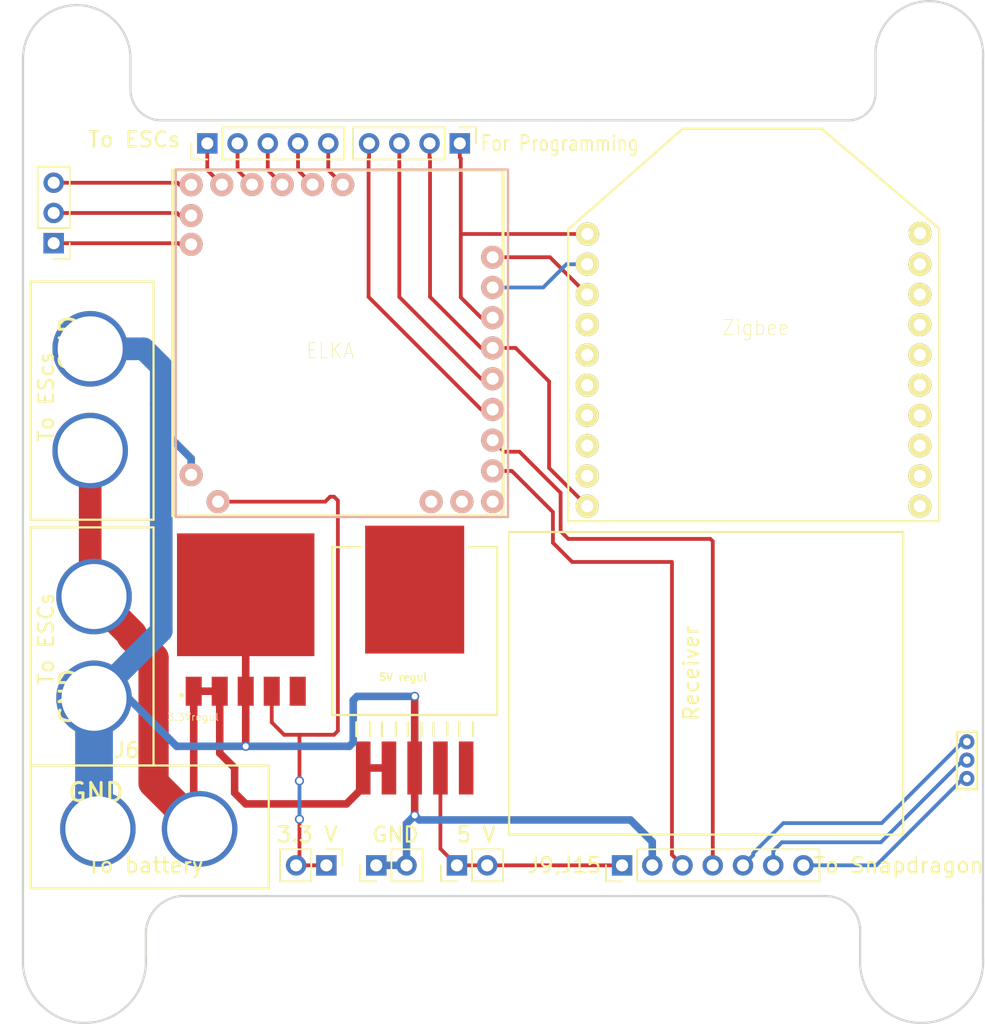
<source format=kicad_pcb>
(kicad_pcb (version 20171130) (host pcbnew 5.0.0-rc3-unknown-3e22e5c~65~ubuntu16.04.1)

  (general
    (thickness 1.6)
    (drawings 31)
    (tracks 147)
    (zones 0)
    (modules 19)
    (nets 46)
  )

  (page A4)
  (title_block
    (title Phoenix)
  )

  (layers
    (0 F.Cu signal)
    (31 B.Cu signal)
    (32 B.Adhes user)
    (33 F.Adhes user)
    (34 B.Paste user)
    (35 F.Paste user)
    (36 B.SilkS user)
    (37 F.SilkS user)
    (38 B.Mask user)
    (39 F.Mask user)
    (40 Dwgs.User user)
    (41 Cmts.User user)
    (42 Eco1.User user)
    (43 Eco2.User user)
    (44 Edge.Cuts user)
    (45 Margin user)
    (46 B.CrtYd user)
    (47 F.CrtYd user)
    (48 B.Fab user)
    (49 F.Fab user)
  )

  (setup
    (last_trace_width 0.25)
    (trace_clearance 0.2)
    (zone_clearance 0.508)
    (zone_45_only no)
    (trace_min 0.2)
    (segment_width 0.2)
    (edge_width 0.15)
    (via_size 0.6)
    (via_drill 0.4)
    (via_min_size 0.4)
    (via_min_drill 0.3)
    (uvia_size 0.3)
    (uvia_drill 0.1)
    (uvias_allowed no)
    (uvia_min_size 0.2)
    (uvia_min_drill 0.1)
    (pcb_text_width 0.3)
    (pcb_text_size 1.5 1.5)
    (mod_edge_width 0.15)
    (mod_text_size 1 1)
    (mod_text_width 0.15)
    (pad_size 5 5)
    (pad_drill 4.3)
    (pad_to_mask_clearance 0.2)
    (aux_axis_origin 0 0)
    (visible_elements FFFFFF7F)
    (pcbplotparams
      (layerselection 0x310fc_ffffffff)
      (usegerberextensions false)
      (usegerberattributes false)
      (usegerberadvancedattributes false)
      (creategerberjobfile false)
      (excludeedgelayer true)
      (linewidth 0.100000)
      (plotframeref false)
      (viasonmask false)
      (mode 1)
      (useauxorigin false)
      (hpglpennumber 1)
      (hpglpenspeed 20)
      (hpglpendiameter 15.000000)
      (psnegative false)
      (psa4output false)
      (plotreference true)
      (plotvalue true)
      (plotinvisibletext false)
      (padsonsilk false)
      (subtractmaskfromsilk false)
      (outputformat 1)
      (mirror false)
      (drillshape 0)
      (scaleselection 1)
      (outputdirectory "Gerber_files_ver3/"))
  )

  (net 0 "")
  (net 1 "Net-(E1-PadI)")
  (net 2 "Net-(E1-PadH)")
  (net 3 "Net-(E1-PadG)")
  (net 4 "Net-(E1-PadF)")
  (net 5 "Net-(E1-PadE)")
  (net 6 "Net-(E1-PadD)")
  (net 7 "Net-(E1-PadC)")
  (net 8 "Net-(E1-PadB)")
  (net 9 "Net-(E1-PadA)")
  (net 10 "Net-(E1-Pad9)")
  (net 11 "Net-(E1-Pad10)")
  (net 12 "Net-(E1-Pad3)")
  (net 13 "Net-(E1-Pad2)")
  (net 14 "Net-(E1-Pad1)")
  (net 15 "Net-(E1-Pad4)")
  (net 16 "Net-(E1-Pad5)")
  (net 17 "Net-(E1-Pad6)")
  (net 18 "Net-(E1-Pad7)")
  (net 19 "Net-(E1-Pad8)")
  (net 20 "Net-(E1-Pad12)")
  (net 21 "Net-(E1-Pad11)")
  (net 22 "Net-(J1-Pad2)")
  (net 23 "Net-(J9,J15-Pad3)")
  (net 24 "Net-(U1-Pad4)")
  (net 25 "Net-(U1-Pad5)")
  (net 26 "Net-(U1-Pad6)")
  (net 27 "Net-(U1-Pad7)")
  (net 28 "Net-(U1-Pad8)")
  (net 29 "Net-(U1-Pad9)")
  (net 30 "Net-(U1-Pad20)")
  (net 31 "Net-(U1-Pad19)")
  (net 32 "Net-(U1-Pad18)")
  (net 33 "Net-(U1-Pad17)")
  (net 34 "Net-(U1-Pad16)")
  (net 35 "Net-(U1-Pad15)")
  (net 36 "Net-(U1-Pad14)")
  (net 37 "Net-(U1-Pad13)")
  (net 38 "Net-(U1-Pad12)")
  (net 39 "Net-(U1-Pad11)")
  (net 40 "Net-(J5-Pad1)")
  (net 41 "Net-(J9,J15-Pad4)")
  (net 42 "Net-(J9,J15-Pad5)")
  (net 43 "Net-(U2-Pad5)")
  (net 44 "Net-(U2-Pad6)")
  (net 45 "Net-(U3-Pad5)")

  (net_class Default "This is the default net class."
    (clearance 0.2)
    (trace_width 0.25)
    (via_dia 0.6)
    (via_drill 0.4)
    (uvia_dia 0.3)
    (uvia_drill 0.1)
    (add_net "Net-(E1-Pad1)")
    (add_net "Net-(E1-Pad10)")
    (add_net "Net-(E1-Pad11)")
    (add_net "Net-(E1-Pad12)")
    (add_net "Net-(E1-Pad2)")
    (add_net "Net-(E1-Pad3)")
    (add_net "Net-(E1-Pad4)")
    (add_net "Net-(E1-Pad5)")
    (add_net "Net-(E1-Pad6)")
    (add_net "Net-(E1-Pad7)")
    (add_net "Net-(E1-Pad8)")
    (add_net "Net-(E1-Pad9)")
    (add_net "Net-(E1-PadA)")
    (add_net "Net-(E1-PadB)")
    (add_net "Net-(E1-PadC)")
    (add_net "Net-(E1-PadD)")
    (add_net "Net-(E1-PadE)")
    (add_net "Net-(E1-PadF)")
    (add_net "Net-(E1-PadG)")
    (add_net "Net-(E1-PadH)")
    (add_net "Net-(E1-PadI)")
    (add_net "Net-(J1-Pad2)")
    (add_net "Net-(J5-Pad1)")
    (add_net "Net-(J9,J15-Pad3)")
    (add_net "Net-(J9,J15-Pad4)")
    (add_net "Net-(J9,J15-Pad5)")
    (add_net "Net-(U1-Pad11)")
    (add_net "Net-(U1-Pad12)")
    (add_net "Net-(U1-Pad13)")
    (add_net "Net-(U1-Pad14)")
    (add_net "Net-(U1-Pad15)")
    (add_net "Net-(U1-Pad16)")
    (add_net "Net-(U1-Pad17)")
    (add_net "Net-(U1-Pad18)")
    (add_net "Net-(U1-Pad19)")
    (add_net "Net-(U1-Pad20)")
    (add_net "Net-(U1-Pad4)")
    (add_net "Net-(U1-Pad5)")
    (add_net "Net-(U1-Pad6)")
    (add_net "Net-(U1-Pad7)")
    (add_net "Net-(U1-Pad8)")
    (add_net "Net-(U1-Pad9)")
    (add_net "Net-(U2-Pad5)")
    (add_net "Net-(U2-Pad6)")
    (add_net "Net-(U3-Pad5)")
  )

  (module ELKA:ELKA (layer F.Cu) (tedit 5B479355) (tstamp 5B2A9957)
    (at 122.428 85.852)
    (descr "Xbee Zb (Zigbee Pro Feature Set), 1mw, Wire Antenna, 250000")
    (path /5B22681E)
    (fp_text reference ELKA (at 0 0) (layer F.SilkS)
      (effects (font (size 1 0.9) (thickness 0.05)))
    )
    (fp_text value ELKA (at -0.889 -14.732) (layer F.SilkS) hide
      (effects (font (size 1 0.9) (thickness 0.05)))
    )
    (fp_line (start 11.7602 10.9982) (end -10.2108 10.9982) (layer B.SilkS) (width 0.15))
    (fp_line (start 11.7602 -11.9888) (end 11.7602 10.9982) (layer B.SilkS) (width 0.15))
    (fp_line (start -10.2108 -11.9888) (end 11.7602 -11.9888) (layer B.SilkS) (width 0.15))
    (fp_line (start -10.2108 10.9982) (end -10.2108 -11.9888) (layer B.SilkS) (width 0.15))
    (pad D thru_hole circle (at 10.742477 -0.184796 270) (size 1.524 1.524) (drill 0.8) (layers *.Cu *.Mask B.SilkS)
      (net 6 "Net-(E1-PadD)"))
    (pad C thru_hole circle (at 10.742477 -2.184796 270) (size 1.524 1.524) (drill 0.8) (layers *.Cu *.Mask B.SilkS)
      (net 7 "Net-(E1-PadC)"))
    (pad B thru_hole circle (at 10.742477 -4.184796 270) (size 1.524 1.524) (drill 0.8) (layers *.Cu *.Mask B.SilkS)
      (net 8 "Net-(E1-PadB)"))
    (pad A thru_hole circle (at 10.742477 -6.184796 270) (size 1.524 1.524) (drill 0.8) (layers *.Cu *.Mask B.SilkS)
      (net 9 "Net-(E1-PadA)"))
    (pad 12 thru_hole circle (at -7.4168 9.9822 270) (size 1.524 1.524) (drill 0.8) (layers *.Cu *.Mask B.SilkS)
      (net 20 "Net-(E1-Pad12)"))
    (pad 11 thru_hole circle (at -9.1948 8.2042 270) (size 1.524 1.524) (drill 0.8) (layers *.Cu *.Mask B.SilkS)
      (net 21 "Net-(E1-Pad11)"))
    (pad E thru_hole circle (at 10.7442 1.8542 270) (size 1.524 1.524) (drill 0.8) (layers *.Cu *.Mask B.SilkS)
      (net 5 "Net-(E1-PadE)"))
    (pad F thru_hole circle (at 10.7442 3.8862 270) (size 1.524 1.524) (drill 0.8) (layers *.Cu *.Mask B.SilkS)
      (net 4 "Net-(E1-PadF)"))
    (pad G thru_hole circle (at 10.7442 5.9182 270) (size 1.524 1.524) (drill 0.8) (layers *.Cu *.Mask B.SilkS)
      (net 3 "Net-(E1-PadG)"))
    (pad H thru_hole circle (at 10.7442 7.9502 270) (size 1.524 1.524) (drill 0.8) (layers *.Cu *.Mask B.SilkS)
      (net 2 "Net-(E1-PadH)"))
    (pad 10 thru_hole circle (at 6.6802 9.9822 270) (size 1.524 1.524) (drill 0.8) (layers *.Cu *.Mask B.SilkS)
      (net 11 "Net-(E1-Pad10)"))
    (pad 9 thru_hole circle (at 8.7122 9.9822 270) (size 1.524 1.524) (drill 0.8) (layers *.Cu *.Mask B.SilkS)
      (net 10 "Net-(E1-Pad9)"))
    (pad I thru_hole circle (at 10.7442 9.9822 270) (size 1.524 1.524) (drill 0.8) (layers *.Cu *.Mask B.SilkS)
      (net 1 "Net-(E1-PadI)"))
    (pad 1 thru_hole circle (at -9.1948 -7.0358 270) (size 1.524 1.524) (drill 0.8) (layers *.Cu *.Mask B.SilkS)
      (net 14 "Net-(E1-Pad1)"))
    (pad 2 thru_hole circle (at -9.1948 -8.9408 270) (size 1.524 1.524) (drill 0.8) (layers *.Cu *.Mask B.SilkS)
      (net 13 "Net-(E1-Pad2)"))
    (pad 8 thru_hole circle (at 0.8312 -10.9888 270) (size 1.524 1.524) (drill 0.8) (layers *.Cu *.Mask B.SilkS)
      (net 19 "Net-(E1-Pad8)"))
    (pad 7 thru_hole circle (at -1.1688 -10.9888 270) (size 1.524 1.524) (drill 0.8) (layers *.Cu *.Mask B.SilkS)
      (net 18 "Net-(E1-Pad7)"))
    (pad 6 thru_hole circle (at -3.1688 -10.9888 270) (size 1.524 1.524) (drill 0.8) (layers *.Cu *.Mask B.SilkS)
      (net 17 "Net-(E1-Pad6)"))
    (pad 5 thru_hole circle (at -5.1688 -10.9888 270) (size 1.524 1.524) (drill 0.8) (layers *.Cu *.Mask B.SilkS)
      (net 16 "Net-(E1-Pad5)"))
    (pad 4 thru_hole circle (at -7.1688 -10.9888 270) (size 1.524 1.524) (drill 0.8) (layers *.Cu *.Mask B.SilkS)
      (net 15 "Net-(E1-Pad4)"))
    (pad 3 thru_hole circle (at -9.1948 -10.9728 270) (size 1.524 1.524) (drill 0.8) (layers *.Cu *.Mask B.SilkS)
      (net 12 "Net-(E1-Pad3)"))
  )

  (module DIP-20:DIP-20 (layer F.Cu) (tedit 5B479319) (tstamp 5B2A9992)
    (at 138.176 104.14)
    (descr "Xbee Zb (Zigbee Pro Feature Set), 1mw, Wire Antenna, 250000")
    (path /5B213357)
    (fp_text reference Zigbee (at 12.3952 -19.812) (layer F.SilkS)
      (effects (font (size 1 0.9) (thickness 0.05)))
    )
    (fp_text value Zigbee (at 4.4196 -19.8628) (layer F.SilkS) hide
      (effects (font (size 1 0.9) (thickness 0.05)))
    )
    (fp_line (start 24.5364 -26.3652) (end 24.5364 -7.0104) (layer F.SilkS) (width 0.15))
    (fp_line (start 24.5364 -7.0104) (end 0 -7.0104) (layer F.SilkS) (width 0.15))
    (fp_line (start 0 -7.0104) (end 0 -26.3144) (layer F.SilkS) (width 0.15))
    (fp_line (start 16.8148 -32.9184) (end 24.5364 -26.3652) (layer F.SilkS) (width 0.15))
    (fp_line (start 0 -26.3144) (end 7.5692 -32.9692) (layer F.SilkS) (width 0.15))
    (fp_line (start 7.5692 -32.9692) (end 16.8148 -32.9692) (layer F.SilkS) (width 0.15))
    (pad 1 thru_hole circle (at 1.27 -26.0096) (size 1.524 1.524) (drill 0.8) (layers *.Cu *.Mask F.SilkS)
      (net 7 "Net-(E1-PadC)"))
    (pad 2 thru_hole circle (at 1.254 -24.009) (size 1.524 1.524) (drill 0.8) (layers *.Cu *.Mask F.SilkS)
      (net 8 "Net-(E1-PadB)"))
    (pad 3 thru_hole circle (at 1.254 -22.009) (size 1.524 1.524) (drill 0.8) (layers *.Cu *.Mask F.SilkS)
      (net 9 "Net-(E1-PadA)"))
    (pad 4 thru_hole circle (at 1.254 -20.009) (size 1.524 1.524) (drill 0.8) (layers *.Cu *.Mask F.SilkS)
      (net 24 "Net-(U1-Pad4)"))
    (pad 5 thru_hole circle (at 1.254 -18.009) (size 1.524 1.524) (drill 0.8) (layers *.Cu *.Mask F.SilkS)
      (net 25 "Net-(U1-Pad5)"))
    (pad 6 thru_hole circle (at 1.254 -16.009) (size 1.524 1.524) (drill 0.8) (layers *.Cu *.Mask F.SilkS)
      (net 26 "Net-(U1-Pad6)"))
    (pad 7 thru_hole circle (at 1.254 -14.009) (size 1.524 1.524) (drill 0.8) (layers *.Cu *.Mask F.SilkS)
      (net 27 "Net-(U1-Pad7)"))
    (pad 8 thru_hole circle (at 1.254 -12.009) (size 1.524 1.524) (drill 0.8) (layers *.Cu *.Mask F.SilkS)
      (net 28 "Net-(U1-Pad8)"))
    (pad 9 thru_hole circle (at 1.254 -10.009) (size 1.524 1.524) (drill 0.8) (layers *.Cu *.Mask F.SilkS)
      (net 29 "Net-(U1-Pad9)"))
    (pad 10 thru_hole circle (at 1.254 -8.009) (size 1.524 1.524) (drill 0.8) (layers *.Cu *.Mask F.SilkS)
      (net 6 "Net-(E1-PadD)"))
    (pad 20 thru_hole circle (at 23.2664 -26.0604) (size 1.524 1.524) (drill 0.8) (layers *.Cu *.Mask F.SilkS)
      (net 30 "Net-(U1-Pad20)"))
    (pad 19 thru_hole circle (at 23.254 -24.009) (size 1.524 1.524) (drill 0.8) (layers *.Cu *.Mask F.SilkS)
      (net 31 "Net-(U1-Pad19)"))
    (pad 18 thru_hole circle (at 23.254 -22.009) (size 1.524 1.524) (drill 0.8) (layers *.Cu *.Mask F.SilkS)
      (net 32 "Net-(U1-Pad18)"))
    (pad 17 thru_hole circle (at 23.254 -20.009) (size 1.524 1.524) (drill 0.8) (layers *.Cu *.Mask F.SilkS)
      (net 33 "Net-(U1-Pad17)"))
    (pad 16 thru_hole circle (at 23.254 -18.009) (size 1.524 1.524) (drill 0.8) (layers *.Cu *.Mask F.SilkS)
      (net 34 "Net-(U1-Pad16)"))
    (pad 15 thru_hole circle (at 23.254 -16.009) (size 1.524 1.524) (drill 0.8) (layers *.Cu *.Mask F.SilkS)
      (net 35 "Net-(U1-Pad15)"))
    (pad 14 thru_hole circle (at 23.254 -14.009) (size 1.524 1.524) (drill 0.8) (layers *.Cu *.Mask F.SilkS)
      (net 36 "Net-(U1-Pad14)"))
    (pad 13 thru_hole circle (at 23.254 -12.009) (size 1.524 1.524) (drill 0.8) (layers *.Cu *.Mask F.SilkS)
      (net 37 "Net-(U1-Pad13)"))
    (pad 12 thru_hole circle (at 23.254 -10.009) (size 1.524 1.524) (drill 0.8) (layers *.Cu *.Mask F.SilkS)
      (net 38 "Net-(U1-Pad12)"))
    (pad 11 thru_hole circle (at 23.254 -8.009) (size 1.524 1.524) (drill 0.8) (layers *.Cu *.Mask F.SilkS)
      (net 39 "Net-(U1-Pad11)"))
  )

  (module Pin_Headers:Pin_Header_Straight_1x07_Pitch2.00mm (layer F.Cu) (tedit 5B47922D) (tstamp 5B478ACE)
    (at 141.732 119.888 90)
    (descr "Through hole straight pin header, 1x07, 2.00mm pitch, single row")
    (tags "Through hole pin header THT 1x07 2.00mm single row")
    (path /5B27D9D0)
    (fp_text reference J9,J15 (at 0 -3.81 180) (layer F.SilkS)
      (effects (font (size 1 1) (thickness 0.15)))
    )
    (fp_text value "To Snapdragon" (at 0 18.288 180) (layer F.SilkS)
      (effects (font (size 1 1) (thickness 0.15)))
    )
    (fp_text user %R (at 0 6 180) (layer Cmts.User) hide
      (effects (font (size 1 1) (thickness 0.15)))
    )
    (fp_line (start 1.5 -1.5) (end -1.5 -1.5) (layer F.CrtYd) (width 0.05))
    (fp_line (start 1.5 13.5) (end 1.5 -1.5) (layer F.CrtYd) (width 0.05))
    (fp_line (start -1.5 13.5) (end 1.5 13.5) (layer F.CrtYd) (width 0.05))
    (fp_line (start -1.5 -1.5) (end -1.5 13.5) (layer F.CrtYd) (width 0.05))
    (fp_line (start -1.06 -1.06) (end 0 -1.06) (layer F.SilkS) (width 0.12))
    (fp_line (start -1.06 0) (end -1.06 -1.06) (layer F.SilkS) (width 0.12))
    (fp_line (start -1.06 1) (end 1.06 1) (layer F.SilkS) (width 0.12))
    (fp_line (start 1.06 1) (end 1.06 13.06) (layer F.SilkS) (width 0.12))
    (fp_line (start -1.06 1) (end -1.06 13.06) (layer F.SilkS) (width 0.12))
    (fp_line (start -1.06 13.06) (end 1.06 13.06) (layer F.SilkS) (width 0.12))
    (fp_line (start -1 -0.5) (end -0.5 -1) (layer F.Fab) (width 0.1))
    (fp_line (start -1 13) (end -1 -0.5) (layer F.Fab) (width 0.1))
    (fp_line (start 1 13) (end -1 13) (layer F.Fab) (width 0.1))
    (fp_line (start 1 -1) (end 1 13) (layer F.Fab) (width 0.1))
    (fp_line (start -0.5 -1) (end 1 -1) (layer F.Fab) (width 0.1))
    (pad 5 thru_hole oval (at 0 12 90) (size 1.35 1.35) (drill 0.8) (layers *.Cu *.Mask)
      (net 42 "Net-(J9,J15-Pad5)"))
    (pad 4 thru_hole oval (at 0 10 90) (size 1.35 1.35) (drill 0.8) (layers *.Cu *.Mask)
      (net 41 "Net-(J9,J15-Pad4)"))
    (pad 3 thru_hole oval (at 0 8 90) (size 1.35 1.35) (drill 0.8) (layers *.Cu *.Mask)
      (net 23 "Net-(J9,J15-Pad3)"))
    (pad 6 thru_hole oval (at 0 6 90) (size 1.35 1.35) (drill 0.8) (layers *.Cu *.Mask)
      (net 3 "Net-(E1-PadG)"))
    (pad 7 thru_hole oval (at 0 4 90) (size 1.35 1.35) (drill 0.8) (layers *.Cu *.Mask)
      (net 2 "Net-(E1-PadH)"))
    (pad 2 thru_hole oval (at 0 2 90) (size 1.35 1.35) (drill 0.8) (layers *.Cu *.Mask)
      (net 21 "Net-(E1-Pad11)"))
    (pad 1 thru_hole rect (at 0 0 90) (size 1.35 1.35) (drill 0.8) (layers *.Cu *.Mask)
      (net 40 "Net-(J5-Pad1)"))
    (model ${KISYS3DMOD}/Pin_Headers.3dshapes/Pin_Header_Straight_1x07_Pitch2.00mm.wrl
      (at (xyz 0 0 0))
      (scale (xyz 1 1 1))
      (rotate (xyz 0 0 0))
    )
  )

  (module XT30:SPMAJST6 (layer F.Cu) (tedit 5B478C8B) (tstamp 5B2810D9)
    (at 163.83 113.792 270)
    (path /5B22674F)
    (fp_text reference R1 (at 0.635 0.889 270) (layer F.SilkS) hide
      (effects (font (size 1 1) (thickness 0.15)))
    )
    (fp_text value Receiver (at -6.604 17.526 270) (layer F.SilkS)
      (effects (font (size 1 1) (thickness 0.15)))
    )
    (fp_line (start 1.0668 -1.3716) (end 0.8128 -1.3716) (layer F.SilkS) (width 0.15))
    (fp_line (start 1.0668 -0.0508) (end 1.0668 -1.3716) (layer F.SilkS) (width 0.15))
    (fp_line (start 0.8636 -0.0508) (end 1.0668 -0.0508) (layer F.SilkS) (width 0.15))
    (fp_line (start -2.7432 -0.0508) (end 0.8636 -0.0508) (layer F.SilkS) (width 0.15))
    (fp_line (start -2.7432 -1.3716) (end -2.7432 -0.0508) (layer F.SilkS) (width 0.15))
    (fp_line (start -2.7432 -1.3716) (end 0.8636 -1.3716) (layer F.SilkS) (width 0.15))
    (fp_line (start -15.9512 3.5052) (end -15.9512 29.5656) (layer F.SilkS) (width 0.15))
    (fp_line (start 4.064 3.5052) (end -15.9512 3.5052) (layer F.SilkS) (width 0.15))
    (fp_line (start 4.064 29.5656) (end 4.064 3.5052) (layer F.SilkS) (width 0.15))
    (fp_line (start -15.9512 29.5656) (end 4.064 29.5656) (layer F.SilkS) (width 0.15))
    (pad 3 thru_hole circle (at 0.3524 -0.7112 270) (size 1 1) (drill 0.5) (layers *.Cu *.Mask)
      (net 42 "Net-(J9,J15-Pad5)"))
    (pad 2 thru_hole circle (at -0.8636 -0.7112 270) (size 1 1) (drill 0.5) (layers *.Cu *.Mask)
      (net 41 "Net-(J9,J15-Pad4)"))
    (pad 1 thru_hole circle (at -2.0796 -0.7112 270) (size 1 1) (drill 0.5) (layers *.Cu *.Mask)
      (net 23 "Net-(J9,J15-Pad3)"))
  )

  (module "holes:mech holes" (layer F.Cu) (tedit 5B317533) (tstamp 5B31752B)
    (at 162.052 129.286)
    (fp_text reference REF** (at 0 0.5) (layer Cmts.User) hide
      (effects (font (size 1 1) (thickness 0.15)))
    )
    (fp_text value "mech holes" (at 0 -0.5) (layer Cmts.User) hide
      (effects (font (size 1 1) (thickness 0.15)))
    )
    (pad "" np_thru_hole circle (at -0.508 -3.2004) (size 4 4) (drill 4) (layers *.Cu *.Mask))
  )

  (module Pin_Headers:Pin_Header_Straight_1x05_Pitch2.00mm (layer F.Cu) (tedit 5B2AADA3) (tstamp 5B2AB112)
    (at 114.3 72.136 90)
    (descr "Through hole straight pin header, 1x05, 2.00mm pitch, single row")
    (tags "Through hole pin header THT 1x05 2.00mm single row")
    (path /5B2AABEA)
    (fp_text reference "To ESCs" (at 0.254 -4.826 180) (layer F.SilkS)
      (effects (font (size 1 1) (thickness 0.15)))
    )
    (fp_text value "" (at 0 10.06 90) (layer F.Fab)
      (effects (font (size 1 1) (thickness 0.15)))
    )
    (fp_line (start -0.5 -1) (end 1 -1) (layer F.Fab) (width 0.1))
    (fp_line (start 1 -1) (end 1 9) (layer F.Fab) (width 0.1))
    (fp_line (start 1 9) (end -1 9) (layer F.Fab) (width 0.1))
    (fp_line (start -1 9) (end -1 -0.5) (layer F.Fab) (width 0.1))
    (fp_line (start -1 -0.5) (end -0.5 -1) (layer F.Fab) (width 0.1))
    (fp_line (start -1.06 9.06) (end 1.06 9.06) (layer F.SilkS) (width 0.12))
    (fp_line (start -1.06 1) (end -1.06 9.06) (layer F.SilkS) (width 0.12))
    (fp_line (start 1.06 1) (end 1.06 9.06) (layer F.SilkS) (width 0.12))
    (fp_line (start -1.06 1) (end 1.06 1) (layer F.SilkS) (width 0.12))
    (fp_line (start -1.06 0) (end -1.06 -1.06) (layer F.SilkS) (width 0.12))
    (fp_line (start -1.06 -1.06) (end 0 -1.06) (layer F.SilkS) (width 0.12))
    (fp_line (start -1.5 -1.5) (end -1.5 9.5) (layer F.CrtYd) (width 0.05))
    (fp_line (start -1.5 9.5) (end 1.5 9.5) (layer F.CrtYd) (width 0.05))
    (fp_line (start 1.5 9.5) (end 1.5 -1.5) (layer F.CrtYd) (width 0.05))
    (fp_line (start 1.5 -1.5) (end -1.5 -1.5) (layer F.CrtYd) (width 0.05))
    (fp_text user "" (at 0 4 180) (layer F.Fab) hide
      (effects (font (size 1 1) (thickness 0.15)))
    )
    (pad 1 thru_hole rect (at 0 0 90) (size 1.35 1.35) (drill 0.8) (layers *.Cu *.Mask)
      (net 15 "Net-(E1-Pad4)"))
    (pad 2 thru_hole oval (at 0 2 90) (size 1.35 1.35) (drill 0.8) (layers *.Cu *.Mask)
      (net 16 "Net-(E1-Pad5)"))
    (pad 3 thru_hole oval (at 0 4 90) (size 1.35 1.35) (drill 0.8) (layers *.Cu *.Mask)
      (net 17 "Net-(E1-Pad6)"))
    (pad 4 thru_hole oval (at 0 6 90) (size 1.35 1.35) (drill 0.8) (layers *.Cu *.Mask)
      (net 18 "Net-(E1-Pad7)"))
    (pad 5 thru_hole oval (at 0 8 90) (size 1.35 1.35) (drill 0.8) (layers *.Cu *.Mask)
      (net 19 "Net-(E1-Pad8)"))
    (model ${KISYS3DMOD}/Pin_Headers.3dshapes/Pin_Header_Straight_1x05_Pitch2.00mm.wrl
      (at (xyz 0 0 0))
      (scale (xyz 1 1 1))
      (rotate (xyz 0 0 0))
    )
  )

  (module "holes:mech holes" (layer F.Cu) (tedit 5B317427) (tstamp 5B3174AE)
    (at 106.172 69.596)
    (fp_text reference REF** (at 0 0.5) (layer Cmts.User) hide
      (effects (font (size 1 1) (thickness 0.15)))
    )
    (fp_text value "mech holes" (at 0 -0.5) (layer Cmts.User) hide
      (effects (font (size 1 1) (thickness 0.15)))
    )
    (pad "" np_thru_hole circle (at -0.508 -3.2004) (size 4 4) (drill 4) (layers *.Cu *.Mask))
  )

  (module XT30:XT30 (layer F.Cu) (tedit 5B47B542) (tstamp 5B2BA6B4)
    (at 112.522 87.122 270)
    (path /5B2BA404)
    (fp_text reference "To EScs" (at 1.778 8.89 270) (layer F.SilkS)
      (effects (font (size 1 1) (thickness 0.15)))
    )
    (fp_text value "To ESCs" (at 0 -0.5 270) (layer Cmts.User) hide
      (effects (font (size 1 1) (thickness 0.15)))
    )
    (fp_line (start -5.842 1.778) (end -5.842 9.906) (layer F.SilkS) (width 0.15))
    (fp_line (start -5.842 9.906) (end -5.715 9.906) (layer F.SilkS) (width 0.15))
    (fp_line (start -5.842 1.778) (end 9.906 1.778) (layer F.SilkS) (width 0.15))
    (fp_line (start 9.906 1.778) (end 9.906 9.906) (layer F.SilkS) (width 0.15))
    (fp_line (start 9.906 9.906) (end -5.715 9.906) (layer F.SilkS) (width 0.15))
    (pad 1 thru_hole circle (at -1.397 5.969 270) (size 5 5) (drill 4.3) (layers *.Cu *.Mask)
      (net 21 "Net-(E1-Pad11)"))
    (pad 2 thru_hole circle (at 5.334 5.969 270) (size 5 5) (drill 4.3) (layers *.Cu *.Mask)
      (net 22 "Net-(J1-Pad2)"))
  )

  (module XT30:XT30 (layer F.Cu) (tedit 5B47B5E1) (tstamp 5B2810AD)
    (at 100.838 107.442 90)
    (path /5B24102D)
    (fp_text reference J1 (at 0.508 0.762 90) (layer F.SilkS) hide
      (effects (font (size 1 1) (thickness 0.15)))
    )
    (fp_text value "To battery" (at -12.446 9.398 180) (layer F.SilkS)
      (effects (font (size 1 1) (thickness 0.15)))
    )
    (fp_line (start -5.842 1.778) (end -5.842 9.906) (layer F.SilkS) (width 0.15))
    (fp_line (start -5.842 9.906) (end -5.715 9.906) (layer F.SilkS) (width 0.15))
    (fp_line (start -5.842 1.778) (end 9.906 1.778) (layer F.SilkS) (width 0.15))
    (fp_line (start 9.906 1.778) (end 9.906 9.906) (layer F.SilkS) (width 0.15))
    (fp_line (start 9.906 9.906) (end -5.715 9.906) (layer F.SilkS) (width 0.15))
    (pad 1 thru_hole circle (at -1.397 5.969 90) (size 5 5) (drill 4.3) (layers *.Cu *.Mask)
      (net 21 "Net-(E1-Pad11)"))
    (pad 2 thru_hole circle (at 5.334 5.969 90) (size 5 5) (drill 4.3) (layers *.Cu *.Mask)
      (net 22 "Net-(J1-Pad2)"))
  )

  (module Pin_Headers:Pin_Header_Straight_1x04_Pitch2.00mm (layer F.Cu) (tedit 5B2BA6E8) (tstamp 5B46CD70)
    (at 131 72.136 270)
    (descr "Through hole straight pin header, 1x04, 2.00mm pitch, single row")
    (tags "Through hole pin header THT 1x04 2.00mm single row")
    (path /5B23F496)
    (fp_text reference J16 (at 0 -2.06 270) (layer F.SilkS) hide
      (effects (font (size 1 1) (thickness 0.15)))
    )
    (fp_text value "For Programming" (at 0 -6.604) (layer F.SilkS)
      (effects (font (size 1 0.8) (thickness 0.12)))
    )
    (fp_line (start -0.5 -1) (end 1 -1) (layer F.Fab) (width 0.1))
    (fp_line (start 1 -1) (end 1 7) (layer F.Fab) (width 0.1))
    (fp_line (start 1 7) (end -1 7) (layer F.Fab) (width 0.1))
    (fp_line (start -1 7) (end -1 -0.5) (layer F.Fab) (width 0.1))
    (fp_line (start -1 -0.5) (end -0.5 -1) (layer F.Fab) (width 0.1))
    (fp_line (start -1.06 7.06) (end 1.06 7.06) (layer F.SilkS) (width 0.12))
    (fp_line (start -1.06 1) (end -1.06 7.06) (layer F.SilkS) (width 0.12))
    (fp_line (start 1.06 1) (end 1.06 7.06) (layer F.SilkS) (width 0.12))
    (fp_line (start -1.06 1) (end 1.06 1) (layer F.SilkS) (width 0.12))
    (fp_line (start -1.06 0) (end -1.06 -1.06) (layer F.SilkS) (width 0.12))
    (fp_line (start -1.06 -1.06) (end 0 -1.06) (layer F.SilkS) (width 0.12))
    (fp_line (start -1.5 -1.5) (end -1.5 7.5) (layer F.CrtYd) (width 0.05))
    (fp_line (start -1.5 7.5) (end 1.5 7.5) (layer F.CrtYd) (width 0.05))
    (fp_line (start 1.5 7.5) (end 1.5 -1.5) (layer F.CrtYd) (width 0.05))
    (fp_line (start 1.5 -1.5) (end -1.5 -1.5) (layer F.CrtYd) (width 0.05))
    (fp_text user %R (at 0 3) (layer F.Fab) hide
      (effects (font (size 1 1) (thickness 0.15)))
    )
    (pad 1 thru_hole rect (at 0 0 270) (size 1.35 1.35) (drill 0.8) (layers *.Cu *.Mask)
      (net 7 "Net-(E1-PadC)"))
    (pad 2 thru_hole oval (at 0 2 270) (size 1.35 1.35) (drill 0.8) (layers *.Cu *.Mask)
      (net 6 "Net-(E1-PadD)"))
    (pad 3 thru_hole oval (at 0 4 270) (size 1.35 1.35) (drill 0.8) (layers *.Cu *.Mask)
      (net 5 "Net-(E1-PadE)"))
    (pad 4 thru_hole oval (at 0 6 270) (size 1.35 1.35) (drill 0.8) (layers *.Cu *.Mask)
      (net 4 "Net-(E1-PadF)"))
    (model ${KISYS3DMOD}/Pin_Headers.3dshapes/Pin_Header_Straight_1x04_Pitch2.00mm.wrl
      (at (xyz 0 0 0))
      (scale (xyz 1 1 1))
      (rotate (xyz 0 0 0))
    )
  )

  (module Pin_Headers:Pin_Header_Straight_1x02_Pitch2.00mm (layer F.Cu) (tedit 5B2BA148) (tstamp 5B2A995D)
    (at 122.174 119.888 270)
    (descr "Through hole straight pin header, 1x02, 2.00mm pitch, single row")
    (tags "Through hole pin header THT 1x02 2.00mm single row")
    (path /5B29B43A)
    (fp_text reference J3 (at 0 -2.06 270) (layer F.SilkS) hide
      (effects (font (size 1 1) (thickness 0.15)))
    )
    (fp_text value "3.3 V" (at -2.032 1.27) (layer F.SilkS)
      (effects (font (size 1 1) (thickness 0.15)))
    )
    (fp_line (start -0.5 -1) (end 1 -1) (layer F.Fab) (width 0.1))
    (fp_line (start 1 -1) (end 1 3) (layer F.Fab) (width 0.1))
    (fp_line (start 1 3) (end -1 3) (layer F.Fab) (width 0.1))
    (fp_line (start -1 3) (end -1 -0.5) (layer F.Fab) (width 0.1))
    (fp_line (start -1 -0.5) (end -0.5 -1) (layer F.Fab) (width 0.1))
    (fp_line (start -1.06 3.06) (end 1.06 3.06) (layer F.SilkS) (width 0.12))
    (fp_line (start -1.06 1) (end -1.06 3.06) (layer F.SilkS) (width 0.12))
    (fp_line (start 1.06 1) (end 1.06 3.06) (layer F.SilkS) (width 0.12))
    (fp_line (start -1.06 1) (end 1.06 1) (layer F.SilkS) (width 0.12))
    (fp_line (start -1.06 0) (end -1.06 -1.06) (layer F.SilkS) (width 0.12))
    (fp_line (start -1.06 -1.06) (end 0 -1.06) (layer F.SilkS) (width 0.12))
    (fp_line (start -1.5 -1.5) (end -1.5 3.5) (layer F.CrtYd) (width 0.05))
    (fp_line (start -1.5 3.5) (end 1.5 3.5) (layer F.CrtYd) (width 0.05))
    (fp_line (start 1.5 3.5) (end 1.5 -1.5) (layer F.CrtYd) (width 0.05))
    (fp_line (start 1.5 -1.5) (end -1.5 -1.5) (layer F.CrtYd) (width 0.05))
    (fp_text user %R (at 0 1) (layer F.Fab) hide
      (effects (font (size 1 1) (thickness 0.15)))
    )
    (pad 1 thru_hole rect (at 0 0 270) (size 1.35 1.35) (drill 0.8) (layers *.Cu *.Mask)
      (net 20 "Net-(E1-Pad12)"))
    (pad 2 thru_hole oval (at 0 2 270) (size 1.35 1.35) (drill 0.8) (layers *.Cu *.Mask)
      (net 20 "Net-(E1-Pad12)"))
    (model ${KISYS3DMOD}/Pin_Headers.3dshapes/Pin_Header_Straight_1x02_Pitch2.00mm.wrl
      (at (xyz 0 0 0))
      (scale (xyz 1 1 1))
      (rotate (xyz 0 0 0))
    )
  )

  (module Pin_Headers:Pin_Header_Straight_1x02_Pitch2.00mm (layer F.Cu) (tedit 5B2BA165) (tstamp 5B2A9963)
    (at 125.476 119.888 90)
    (descr "Through hole straight pin header, 1x02, 2.00mm pitch, single row")
    (tags "Through hole pin header THT 1x02 2.00mm single row")
    (path /5B29B788)
    (fp_text reference J4 (at 0 -2.06 90) (layer F.SilkS) hide
      (effects (font (size 1 1) (thickness 0.15)))
    )
    (fp_text value GND (at 2.032 1.27 180) (layer F.SilkS)
      (effects (font (size 1 1) (thickness 0.15)))
    )
    (fp_line (start -0.5 -1) (end 1 -1) (layer F.Fab) (width 0.1))
    (fp_line (start 1 -1) (end 1 3) (layer F.Fab) (width 0.1))
    (fp_line (start 1 3) (end -1 3) (layer F.Fab) (width 0.1))
    (fp_line (start -1 3) (end -1 -0.5) (layer F.Fab) (width 0.1))
    (fp_line (start -1 -0.5) (end -0.5 -1) (layer F.Fab) (width 0.1))
    (fp_line (start -1.06 3.06) (end 1.06 3.06) (layer F.SilkS) (width 0.12))
    (fp_line (start -1.06 1) (end -1.06 3.06) (layer F.SilkS) (width 0.12))
    (fp_line (start 1.06 1) (end 1.06 3.06) (layer F.SilkS) (width 0.12))
    (fp_line (start -1.06 1) (end 1.06 1) (layer F.SilkS) (width 0.12))
    (fp_line (start -1.06 0) (end -1.06 -1.06) (layer F.SilkS) (width 0.12))
    (fp_line (start -1.06 -1.06) (end 0 -1.06) (layer F.SilkS) (width 0.12))
    (fp_line (start -1.5 -1.5) (end -1.5 3.5) (layer F.CrtYd) (width 0.05))
    (fp_line (start -1.5 3.5) (end 1.5 3.5) (layer F.CrtYd) (width 0.05))
    (fp_line (start 1.5 3.5) (end 1.5 -1.5) (layer F.CrtYd) (width 0.05))
    (fp_line (start 1.5 -1.5) (end -1.5 -1.5) (layer F.CrtYd) (width 0.05))
    (fp_text user %R (at 0 1 180) (layer Cmts.User) hide
      (effects (font (size 1 1) (thickness 0.15)))
    )
    (pad 1 thru_hole rect (at 0 0 90) (size 1.35 1.35) (drill 0.8) (layers *.Cu *.Mask)
      (net 21 "Net-(E1-Pad11)"))
    (pad 2 thru_hole oval (at 0 2 90) (size 1.35 1.35) (drill 0.8) (layers *.Cu *.Mask)
      (net 21 "Net-(E1-Pad11)"))
    (model ${KISYS3DMOD}/Pin_Headers.3dshapes/Pin_Header_Straight_1x02_Pitch2.00mm.wrl
      (at (xyz 0 0 0))
      (scale (xyz 1 1 1))
      (rotate (xyz 0 0 0))
    )
  )

  (module Pin_Headers:Pin_Header_Straight_1x02_Pitch2.00mm (layer F.Cu) (tedit 5B2BA160) (tstamp 5B2A9969)
    (at 130.81 119.888 90)
    (descr "Through hole straight pin header, 1x02, 2.00mm pitch, single row")
    (tags "Through hole pin header THT 1x02 2.00mm single row")
    (path /5B29B3DB)
    (fp_text reference J5 (at 0 -2.06 90) (layer F.SilkS) hide
      (effects (font (size 1 1) (thickness 0.15)))
    )
    (fp_text value "5 V" (at 2.032 1.27 180) (layer F.SilkS)
      (effects (font (size 1 1) (thickness 0.15)))
    )
    (fp_line (start -0.5 -1) (end 1 -1) (layer F.Fab) (width 0.1))
    (fp_line (start 1 -1) (end 1 3) (layer F.Fab) (width 0.1))
    (fp_line (start 1 3) (end -1 3) (layer F.Fab) (width 0.1))
    (fp_line (start -1 3) (end -1 -0.5) (layer F.Fab) (width 0.1))
    (fp_line (start -1 -0.5) (end -0.5 -1) (layer F.Fab) (width 0.1))
    (fp_line (start -1.06 3.06) (end 1.06 3.06) (layer F.SilkS) (width 0.12))
    (fp_line (start -1.06 1) (end -1.06 3.06) (layer F.SilkS) (width 0.12))
    (fp_line (start 1.06 1) (end 1.06 3.06) (layer F.SilkS) (width 0.12))
    (fp_line (start -1.06 1) (end 1.06 1) (layer F.SilkS) (width 0.12))
    (fp_line (start -1.06 0) (end -1.06 -1.06) (layer F.SilkS) (width 0.12))
    (fp_line (start -1.06 -1.06) (end 0 -1.06) (layer F.SilkS) (width 0.12))
    (fp_line (start -1.5 -1.5) (end -1.5 3.5) (layer F.CrtYd) (width 0.05))
    (fp_line (start -1.5 3.5) (end 1.5 3.5) (layer F.CrtYd) (width 0.05))
    (fp_line (start 1.5 3.5) (end 1.5 -1.5) (layer F.CrtYd) (width 0.05))
    (fp_line (start 1.5 -1.5) (end -1.5 -1.5) (layer F.CrtYd) (width 0.05))
    (fp_text user %R (at 0 1 180) (layer Cmts.User) hide
      (effects (font (size 1 1) (thickness 0.15)))
    )
    (pad 1 thru_hole rect (at 0 0 90) (size 1.35 1.35) (drill 0.8) (layers *.Cu *.Mask)
      (net 40 "Net-(J5-Pad1)"))
    (pad 2 thru_hole oval (at 0 2 90) (size 1.35 1.35) (drill 0.8) (layers *.Cu *.Mask)
      (net 40 "Net-(J5-Pad1)"))
    (model ${KISYS3DMOD}/Pin_Headers.3dshapes/Pin_Header_Straight_1x02_Pitch2.00mm.wrl
      (at (xyz 0 0 0))
      (scale (xyz 1 1 1))
      (rotate (xyz 0 0 0))
    )
  )

  (module XT30:XT30 (layer F.Cu) (tedit 5B47B5F4) (tstamp 5B2A996F)
    (at 108.458 111.506)
    (path /5B2A9509)
    (fp_text reference J6 (at 0.508 0.762) (layer F.SilkS)
      (effects (font (size 1 1) (thickness 0.15)))
    )
    (fp_text value "To ESCs" (at -4.826 -6.604 90) (layer F.SilkS)
      (effects (font (size 1 1) (thickness 0.15)))
    )
    (fp_line (start -5.842 1.778) (end -5.842 9.906) (layer F.SilkS) (width 0.15))
    (fp_line (start -5.842 9.906) (end -5.715 9.906) (layer F.SilkS) (width 0.15))
    (fp_line (start -5.842 1.778) (end 9.906 1.778) (layer F.SilkS) (width 0.15))
    (fp_line (start 9.906 1.778) (end 9.906 9.906) (layer F.SilkS) (width 0.15))
    (fp_line (start 9.906 9.906) (end -5.715 9.906) (layer F.SilkS) (width 0.15))
    (pad 1 thru_hole circle (at -1.397 5.969) (size 5 5) (drill 4.3) (layers *.Cu *.Mask)
      (net 21 "Net-(E1-Pad11)"))
    (pad 2 thru_hole circle (at 5.334 5.969) (size 5 5) (drill 4.3) (layers *.Cu *.Mask)
      (net 22 "Net-(J1-Pad2)"))
  )

  (module footprints:MIC29501-5.0WU (layer F.Cu) (tedit 5B2AA97D) (tstamp 5B2A99D2)
    (at 128.016 104.394)
    (path /5B2A76F4)
    (fp_text reference "" (at 0 0) (layer F.Fab)
      (effects (font (size 1 1) (thickness 0.15)))
    )
    (fp_text value "5V regul" (at -0.762 3.048) (layer F.SilkS)
      (effects (font (size 0.5 0.5) (thickness 0.1)))
    )
    (fp_text user "" (at 0 0) (layer Cmts.User)
      (effects (font (size 0.127 0.127) (thickness 0.002)))
    )
    (fp_text user * (at -4.8895 9.0551) (layer B.Fab) hide
      (effects (font (size 1 1) (thickness 0.15)) (justify mirror))
    )
    (fp_text user "" (at -3.4036 5.1689) (layer F.Fab)
      (effects (font (size 1 1) (thickness 0.15)))
    )
    (fp_line (start -2.9464 5.4229) (end -3.8608 5.4229) (layer F.Fab) (width 0.1524))
    (fp_line (start -3.8608 5.4229) (end -3.8608 10.4521) (layer F.Fab) (width 0.1524))
    (fp_line (start -3.8608 10.4521) (end -2.9464 10.4521) (layer F.Fab) (width 0.1524))
    (fp_line (start -2.9464 10.4521) (end -2.9464 5.4229) (layer F.Fab) (width 0.1524))
    (fp_line (start -1.2446 5.4229) (end -2.159 5.4229) (layer F.Fab) (width 0.1524))
    (fp_line (start -2.159 5.4229) (end -2.159 10.4521) (layer F.Fab) (width 0.1524))
    (fp_line (start -2.159 10.4521) (end -1.2446 10.4521) (layer F.Fab) (width 0.1524))
    (fp_line (start -1.2446 10.4521) (end -1.2446 5.4229) (layer F.Fab) (width 0.1524))
    (fp_line (start 0.4572 5.4229) (end -0.4572 5.4229) (layer F.Fab) (width 0.1524))
    (fp_line (start -0.4572 5.4229) (end -0.4572 10.4521) (layer F.Fab) (width 0.1524))
    (fp_line (start -0.4572 10.4521) (end 0.4572 10.4521) (layer F.Fab) (width 0.1524))
    (fp_line (start 0.4572 10.4521) (end 0.4572 5.4229) (layer F.Fab) (width 0.1524))
    (fp_line (start 2.159 5.4229) (end 1.2446 5.4229) (layer F.Fab) (width 0.1524))
    (fp_line (start 1.2446 5.4229) (end 1.2446 10.4521) (layer F.Fab) (width 0.1524))
    (fp_line (start 1.2446 10.4521) (end 2.159 10.4521) (layer F.Fab) (width 0.1524))
    (fp_line (start 2.159 10.4521) (end 2.159 5.4229) (layer F.Fab) (width 0.1524))
    (fp_line (start 3.8608 5.4229) (end 2.9464 5.4229) (layer F.Fab) (width 0.1524))
    (fp_line (start 2.9464 5.4229) (end 2.9464 10.4521) (layer F.Fab) (width 0.1524))
    (fp_line (start 2.9464 10.4521) (end 3.8608 10.4521) (layer F.Fab) (width 0.1524))
    (fp_line (start 3.8608 10.4521) (end 3.8608 5.4229) (layer F.Fab) (width 0.1524))
    (fp_line (start -3.8608 6.0325) (end -3.8608 6.9469) (layer F.SilkS) (width 0.1524))
    (fp_line (start -2.159 6.0325) (end -2.159 6.9469) (layer F.SilkS) (width 0.1524))
    (fp_line (start -0.4572 6.0325) (end -0.4572 6.9469) (layer F.SilkS) (width 0.1524))
    (fp_line (start 1.2446 6.0325) (end 1.2446 6.9469) (layer F.SilkS) (width 0.1524))
    (fp_line (start 2.9464 6.0325) (end 2.9464 6.9469) (layer F.SilkS) (width 0.1524))
    (fp_line (start -2.9464 6.0325) (end -2.9464 6.9469) (layer F.SilkS) (width 0.1524))
    (fp_line (start -1.2446 6.0325) (end -1.2446 6.9469) (layer F.SilkS) (width 0.1524))
    (fp_line (start 0.4572 6.0325) (end 0.4572 6.9469) (layer F.SilkS) (width 0.1524))
    (fp_line (start 2.159 6.0325) (end 2.159 6.9469) (layer F.SilkS) (width 0.1524))
    (fp_line (start 3.8608 6.0325) (end 3.8608 6.9469) (layer F.SilkS) (width 0.1524))
    (fp_line (start -5.461 5.5499) (end 5.461 5.5499) (layer F.SilkS) (width 0.1524))
    (fp_line (start 5.461 5.5499) (end 5.461 -5.5499) (layer F.SilkS) (width 0.1524))
    (fp_line (start 5.461 -5.5499) (end 3.60934 -5.5499) (layer F.SilkS) (width 0.1524))
    (fp_line (start -5.461 -5.5499) (end -5.461 5.5499) (layer F.SilkS) (width 0.1524))
    (fp_line (start -5.334 5.4229) (end 5.334 5.4229) (layer F.Fab) (width 0.1524))
    (fp_line (start 5.334 5.4229) (end 5.334 -5.4229) (layer F.Fab) (width 0.1524))
    (fp_line (start 5.334 -5.4229) (end -5.334 -5.4229) (layer F.Fab) (width 0.1524))
    (fp_line (start -5.334 -5.4229) (end -5.334 5.4229) (layer F.Fab) (width 0.1524))
    (fp_line (start -3.60934 -5.5499) (end -5.461 -5.5499) (layer F.SilkS) (width 0.1524))
    (fp_line (start -5.588 -5.6769) (end -3.5052 -5.6769) (layer F.CrtYd) (width 0.1524))
    (fp_line (start -3.5052 -5.6769) (end -3.5052 -7.0485) (layer F.CrtYd) (width 0.1524))
    (fp_line (start -3.5052 -7.0485) (end 3.5052 -7.0485) (layer F.CrtYd) (width 0.1524))
    (fp_line (start 3.5052 -7.0485) (end 3.5052 -5.6769) (layer F.CrtYd) (width 0.1524))
    (fp_line (start 3.5052 -5.6769) (end 5.588 -5.6769) (layer F.CrtYd) (width 0.1524))
    (fp_line (start 5.588 -5.6769) (end 5.588 5.6769) (layer F.CrtYd) (width 0.1524))
    (fp_line (start 5.588 5.6769) (end 3.9116 5.6769) (layer F.CrtYd) (width 0.1524))
    (fp_line (start 3.9116 5.6769) (end 3.9116 11.0617) (layer F.CrtYd) (width 0.1524))
    (fp_line (start 3.9116 11.0617) (end -3.9116 11.0617) (layer F.CrtYd) (width 0.1524))
    (fp_line (start -3.9116 11.0617) (end -3.9116 5.6769) (layer F.CrtYd) (width 0.1524))
    (fp_line (start -3.9116 5.6769) (end -5.588 5.6769) (layer F.CrtYd) (width 0.1524))
    (fp_line (start -5.588 5.6769) (end -5.588 -5.6769) (layer F.CrtYd) (width 0.1524))
    (pad 1 smd rect (at -3.4036 9.0551) (size 0.9652 3.5052) (layers F.Cu F.Paste F.Mask)
      (net 22 "Net-(J1-Pad2)"))
    (pad 2 smd rect (at -1.7018 9.0551) (size 0.9652 3.5052) (layers F.Cu F.Paste F.Mask)
      (net 22 "Net-(J1-Pad2)"))
    (pad 3 smd rect (at 0 9.0551) (size 0.9652 3.5052) (layers F.Cu F.Paste F.Mask)
      (net 21 "Net-(E1-Pad11)"))
    (pad 4 smd rect (at 1.7018 9.0551) (size 0.9652 3.5052) (layers F.Cu F.Paste F.Mask)
      (net 40 "Net-(J5-Pad1)"))
    (pad 5 smd rect (at 3.4036 9.0551) (size 0.9652 3.5052) (layers F.Cu F.Paste F.Mask)
      (net 43 "Net-(U2-Pad5)"))
    (pad 6 smd rect (at 0 -2.7432) (size 6.5532 8.4582) (layers F.Cu F.Paste F.Mask)
      (net 44 "Net-(U2-Pad6)"))
  )

  (module TO172P1054X2005-6N:TO172P1054X2005-6N (layer F.Cu) (tedit 5B2AA899) (tstamp 5B2A99F7)
    (at 116.84 103.632)
    (path /5B2A710B)
    (attr smd)
    (fp_text reference "" (at -3.82368 -7.47319) (layer F.SilkS)
      (effects (font (size 0.486602 0.486602) (thickness 0.05)))
    )
    (fp_text value 3.3Vregul (at -3.47924 6.45155) (layer F.SilkS)
      (effects (font (size 0.484913 0.484913) (thickness 0.05)))
    )
    (fp_circle (center -4.25 5) (end -4.1 5) (layer F.SilkS) (width 0))
    (fp_line (start -4.96 -5.9) (end 4.96 -5.9) (layer Eco1.User) (width 0.05))
    (fp_line (start 4.96 -5.9) (end 4.96 5.9) (layer Eco1.User) (width 0.05))
    (fp_line (start 4.96 5.9) (end -4.96 5.9) (layer Eco1.User) (width 0.05))
    (fp_line (start -4.96 5.9) (end -4.96 -5.9) (layer Eco1.User) (width 0.05))
    (fp_line (start -4.6975 -4.418) (end 4.6975 -4.418) (layer Dwgs.User) (width 0.127))
    (fp_line (start -4.6975 3.652) (end 4.6975 3.652) (layer Dwgs.User) (width 0.127))
    (fp_poly (pts (xy -0.652431 -1.96257) (xy -0.652431 -3.37076) (xy 0.644244 -3.37076) (xy 0.644244 -1.96257)) (layer F.Paste) (width 0))
    (fp_poly (pts (xy -2.4826 -1.9524) (xy -2.4826 -3.3772) (xy -1.1822 -3.3772) (xy -1.1822 -1.9524)) (layer F.Paste) (width 0))
    (fp_poly (pts (xy 1.18083 -1.97583) (xy 1.18083 -3.36085) (xy 2.47415 -3.36085) (xy 2.47415 -1.97583)) (layer F.Paste) (width 0))
    (fp_poly (pts (xy -4.31205 -1.94295) (xy -4.31205 -3.38753) (xy -3.01253 -3.38753) (xy -3.01253 -1.94295)) (layer F.Paste) (width 0))
    (fp_poly (pts (xy 3.00433 -1.97933) (xy 3.00433 -3.35034) (xy 4.30466 -3.35034) (xy 4.30466 -1.97933)) (layer F.Paste) (width 0))
    (fp_poly (pts (xy -4.32377 0.098771) (xy -4.32377 -1.34839) (xy -3.00339 -1.34839) (xy -3.00339 0.098771)) (layer F.Paste) (width 0))
    (fp_poly (pts (xy -4.34807 2.15307) (xy -4.34807 0.68793) (xy -2.99707 0.68793) (xy -2.99707 2.15307)) (layer F.Paste) (width 0))
    (fp_poly (pts (xy -4.30212 -3.98288) (xy -4.30212 -5.44124) (xy -3.03624 -5.44124) (xy -3.03624 -3.98288)) (layer F.Paste) (width 0))
    (fp_poly (pts (xy -2.47249 -3.99251) (xy -2.47249 -5.41768) (xy -1.19268 -5.41768) (xy -1.19268 -3.99251)) (layer F.Paste) (width 0))
    (fp_poly (pts (xy -0.642305 -4.00269) (xy -0.642305 -5.41015) (xy 0.634854 -5.41015) (xy 0.634854 -4.00269)) (layer F.Paste) (width 0))
    (fp_poly (pts (xy 1.19103 -4.01603) (xy 1.19103 -5.40251) (xy 2.46249 -5.40251) (xy 2.46249 -4.01603)) (layer F.Paste) (width 0))
    (fp_poly (pts (xy 3.02221 -4.02721) (xy 3.02221 -5.39157) (xy 4.29343 -5.39157) (xy 4.29343 -4.02721)) (layer F.Paste) (width 0))
    (fp_poly (pts (xy 2.99263 0.062371) (xy 2.99263 -1.31207) (xy 4.31293 -1.31207) (xy 4.31293 0.062371)) (layer F.Paste) (width 0))
    (fp_poly (pts (xy 2.98511 2.09989) (xy 2.98511 0.734298) (xy 4.3293 0.734298) (xy 4.3293 2.09989)) (layer F.Paste) (width 0))
    (fp_poly (pts (xy 1.16472 0.070276) (xy 1.16472 -1.31997) (xy 2.48503 -1.31997) (xy 2.48503 0.070276)) (layer F.Paste) (width 0))
    (fp_poly (pts (xy 1.15565 2.10935) (xy 1.15565 0.719665) (xy 2.49467 0.719665) (xy 2.49467 2.10935)) (layer F.Paste) (width 0))
    (fp_poly (pts (xy -2.49272 0.087721) (xy -2.49272 -1.33737) (xy -1.17237 -1.33737) (xy -1.17237 0.087721)) (layer F.Paste) (width 0))
    (fp_poly (pts (xy -2.50279 2.12779) (xy -2.50279 0.70273) (xy -1.16227 0.70273) (xy -1.16227 2.12779)) (layer F.Paste) (width 0))
    (fp_poly (pts (xy -0.663662 0.078662) (xy -0.663662 -1.32831) (xy 0.656687 -1.32831) (xy 0.656687 0.078662)) (layer F.Paste) (width 0))
    (fp_poly (pts (xy -0.672921 2.11792) (xy -0.672921 0.711378) (xy 0.666378 0.711378) (xy 0.666378 2.11792)) (layer F.Paste) (width 0))
    (pad 1 smd rect (at -3.44 4.74 90) (size 1.92 1.06) (layers F.Cu F.Paste F.Mask)
      (net 22 "Net-(J1-Pad2)"))
    (pad 2 smd rect (at -1.72 4.74 90) (size 1.92 1.06) (layers F.Cu F.Paste F.Mask)
      (net 22 "Net-(J1-Pad2)"))
    (pad 3 smd rect (at 0 4.74 90) (size 1.92 1.06) (layers F.Cu F.Paste F.Mask)
      (net 21 "Net-(E1-Pad11)"))
    (pad 4 smd rect (at 1.72 4.74 90) (size 1.92 1.06) (layers F.Cu F.Paste F.Mask)
      (net 20 "Net-(E1-Pad12)"))
    (pad 5 smd rect (at 3.44 4.74 90) (size 1.92 1.06) (layers F.Cu F.Paste F.Mask)
      (net 45 "Net-(U3-Pad5)"))
    (pad 6 smd rect (at 0 -1.64 90) (size 8.12 9.09) (layers F.Cu F.Paste F.Mask)
      (net 21 "Net-(E1-Pad11)"))
  )

  (module Pin_Headers:Pin_Header_Straight_1x03_Pitch2.00mm (layer F.Cu) (tedit 5B2BA002) (tstamp 5B2AB104)
    (at 104.14 78.74 180)
    (descr "Through hole straight pin header, 1x03, 2.00mm pitch, single row")
    (tags "Through hole pin header THT 1x03 2.00mm single row")
    (path /5B2AAC3F)
    (fp_text reference "" (at 0 -2.06 180) (layer Cmts.User) hide
      (effects (font (size 1 1) (thickness 0.15)))
    )
    (fp_text value "" (at 0 6.06 180) (layer F.Fab)
      (effects (font (size 1 1) (thickness 0.15)))
    )
    (fp_line (start -0.5 -1) (end 1 -1) (layer F.Fab) (width 0.1))
    (fp_line (start 1 -1) (end 1 5) (layer F.Fab) (width 0.1))
    (fp_line (start 1 5) (end -1 5) (layer F.Fab) (width 0.1))
    (fp_line (start -1 5) (end -1 -0.5) (layer F.Fab) (width 0.1))
    (fp_line (start -1 -0.5) (end -0.5 -1) (layer F.Fab) (width 0.1))
    (fp_line (start -1.06 5.06) (end 1.06 5.06) (layer F.SilkS) (width 0.12))
    (fp_line (start -1.06 1) (end -1.06 5.06) (layer F.SilkS) (width 0.12))
    (fp_line (start 1.06 1) (end 1.06 5.06) (layer F.SilkS) (width 0.12))
    (fp_line (start -1.06 1) (end 1.06 1) (layer F.SilkS) (width 0.12))
    (fp_line (start -1.06 0) (end -1.06 -1.06) (layer F.SilkS) (width 0.12))
    (fp_line (start -1.06 -1.06) (end 0 -1.06) (layer F.SilkS) (width 0.12))
    (fp_line (start -1.5 -1.5) (end -1.5 5.5) (layer F.CrtYd) (width 0.05))
    (fp_line (start -1.5 5.5) (end 1.5 5.5) (layer F.CrtYd) (width 0.05))
    (fp_line (start 1.5 5.5) (end 1.5 -1.5) (layer F.CrtYd) (width 0.05))
    (fp_line (start 1.5 -1.5) (end -1.5 -1.5) (layer F.CrtYd) (width 0.05))
    (fp_text user %R (at 0 2 270) (layer F.Fab)
      (effects (font (size 1 1) (thickness 0.15)))
    )
    (pad 1 thru_hole rect (at 0 0 180) (size 1.35 1.35) (drill 0.8) (layers *.Cu *.Mask)
      (net 14 "Net-(E1-Pad1)"))
    (pad 2 thru_hole oval (at 0 2 180) (size 1.35 1.35) (drill 0.8) (layers *.Cu *.Mask)
      (net 13 "Net-(E1-Pad2)"))
    (pad 3 thru_hole oval (at 0 4 180) (size 1.35 1.35) (drill 0.8) (layers *.Cu *.Mask)
      (net 12 "Net-(E1-Pad3)"))
    (model ${KISYS3DMOD}/Pin_Headers.3dshapes/Pin_Header_Straight_1x03_Pitch2.00mm.wrl
      (at (xyz 0 0 0))
      (scale (xyz 1 1 1))
      (rotate (xyz 0 0 0))
    )
  )

  (module "holes:mech holes" (layer F.Cu) (tedit 5B31744A) (tstamp 5B3174CB)
    (at 162.56 69.596)
    (fp_text reference REF** (at 0 0.5) (layer Cmts.User) hide
      (effects (font (size 1 1) (thickness 0.15)))
    )
    (fp_text value "mech holes" (at 0 -0.5) (layer Cmts.User) hide
      (effects (font (size 1 1) (thickness 0.15)))
    )
    (pad "" np_thru_hole circle (at -0.508 -3.2004) (size 4 4) (drill 4) (layers *.Cu *.Mask))
  )

  (module "holes:mech holes" (layer F.Cu) (tedit 5B317514) (tstamp 5B317503)
    (at 106.68 129.286)
    (fp_text reference REF** (at 0 0.5) (layer Cmts.User) hide
      (effects (font (size 1 1) (thickness 0.15)))
    )
    (fp_text value "mech holes" (at 0 -0.5) (layer Cmts.User) hide
      (effects (font (size 1 1) (thickness 0.15)))
    )
    (pad "" np_thru_hole circle (at -0.508 -3.2004) (size 4 4) (drill 4) (layers *.Cu *.Mask))
  )

  (gr_line (start 133.858 73.914) (end 112.014 73.914) (layer F.SilkS) (width 0.2))
  (gr_line (start 133.858 96.774) (end 133.858 73.914) (layer F.SilkS) (width 0.2))
  (gr_line (start 112.014 96.774) (end 133.858 96.774) (layer F.SilkS) (width 0.2))
  (gr_line (start 112.014 73.914) (end 112.014 96.774) (layer F.SilkS) (width 0.2))
  (gr_arc (start 161.544 126.238) (end 165.608 125.984) (angle 90) (layer Edge.Cuts) (width 0.15))
  (gr_line (start 157.48 124.206) (end 157.48 126.492) (angle 90) (layer Edge.Cuts) (width 0.15))
  (gr_arc (start 155.194 124.206) (end 155.194 121.92) (angle 90) (layer Edge.Cuts) (width 0.15))
  (gr_line (start 165.608 125.984) (end 165.608 121.92) (angle 90) (layer Edge.Cuts) (width 0.15))
  (gr_arc (start 161.544 126.238) (end 161.798 130.302) (angle 90) (layer Edge.Cuts) (width 0.15))
  (gr_line (start 113.03 121.92) (end 155.194 121.92) (angle 90) (layer Edge.Cuts) (width 0.15))
  (gr_line (start 111.252 70.612) (end 156.718 70.612) (angle 90) (layer Edge.Cuts) (width 0.15))
  (gr_line (start 110.236 124.206) (end 110.236 125.984) (angle 90) (layer Edge.Cuts) (width 0.15))
  (gr_arc (start 112.776 124.46) (end 110.236 124.206) (angle 90) (layer Edge.Cuts) (width 0.15))
  (gr_line (start 158.496 66.04) (end 158.496 68.834) (angle 90) (layer Edge.Cuts) (width 0.15))
  (gr_arc (start 156.718 68.834) (end 158.496 68.834) (angle 90) (layer Edge.Cuts) (width 0.15))
  (gr_line (start 109.22 66.548) (end 109.22 68.58) (angle 90) (layer Edge.Cuts) (width 0.15))
  (gr_arc (start 111.252 68.58) (end 111.252 70.612) (angle 90) (layer Edge.Cuts) (width 0.15))
  (gr_line (start 102.108 121.92) (end 102.108 126.492) (angle 90) (layer Edge.Cuts) (width 0.15))
  (gr_arc (start 106.172 126.238) (end 106.426 130.302) (angle 90) (layer Edge.Cuts) (width 0.15))
  (gr_arc (start 106.172 126.238) (end 110.236 125.984) (angle 90) (layer Edge.Cuts) (width 0.15))
  (gr_line (start 165.608 66.548) (end 165.608 70.612) (angle 90) (layer Edge.Cuts) (width 0.15))
  (gr_arc (start 162.052 66.294) (end 158.496 66.04) (angle 90) (layer Edge.Cuts) (width 0.15))
  (gr_arc (start 162.052 66.294) (end 162.306 62.738) (angle 90) (layer Edge.Cuts) (width 0.15))
  (gr_line (start 102.108 66.548) (end 102.108 70.612) (angle 90) (layer Edge.Cuts) (width 0.15))
  (gr_arc (start 105.664 66.548) (end 105.664 62.992) (angle 90) (layer Edge.Cuts) (width 0.15))
  (gr_arc (start 105.664 66.548) (end 102.108 66.548) (angle 90) (layer Edge.Cuts) (width 0.15))
  (gr_line (start 102.108 70.612) (end 102.108 121.92) (angle 90) (layer Edge.Cuts) (width 0.15))
  (gr_line (start 165.608 121.92) (end 165.608 70.612) (angle 90) (layer Edge.Cuts) (width 0.15))
  (gr_text GND (at 105.156 85.344 90) (layer F.SilkS)
    (effects (font (size 1.2 1.2) (thickness 0.2)))
  )
  (gr_text GND (at 105.156 108.712 90) (layer F.SilkS)
    (effects (font (size 1.2 1.2) (thickness 0.2)))
  )
  (gr_text GND (at 106.934 115.062) (layer F.SilkS)
    (effects (font (size 1.2 1.2) (thickness 0.2)))
  )

  (segment (start 145.034 119.19) (end 145.732 119.888) (width 0.25) (layer F.Cu) (net 2))
  (segment (start 145.034 99.822) (end 145.034 119.19) (width 0.25) (layer F.Cu) (net 2))
  (segment (start 133.1722 93.8022) (end 134.4422 93.8022) (width 0.25) (layer F.Cu) (net 2))
  (segment (start 137.16 98.552) (end 138.43 99.822) (width 0.25) (layer F.Cu) (net 2))
  (segment (start 138.43 99.822) (end 145.034 99.822) (width 0.25) (layer F.Cu) (net 2))
  (segment (start 134.4422 93.8022) (end 137.16 96.52) (width 0.25) (layer F.Cu) (net 2))
  (segment (start 137.16 96.52) (end 137.16 98.552) (width 0.25) (layer F.Cu) (net 2))
  (segment (start 138.176 98.298) (end 147.574 98.298) (width 0.25) (layer F.Cu) (net 3))
  (segment (start 137.668 97.79) (end 138.176 98.298) (width 0.25) (layer F.Cu) (net 3))
  (segment (start 147.574 98.298) (end 147.732 98.456) (width 0.25) (layer F.Cu) (net 3))
  (segment (start 134.950199 92.532199) (end 137.668 95.25) (width 0.25) (layer F.Cu) (net 3))
  (segment (start 147.732 98.456) (end 147.732 119.888) (width 0.25) (layer F.Cu) (net 3))
  (segment (start 137.668 95.25) (end 137.668 97.79) (width 0.25) (layer F.Cu) (net 3))
  (segment (start 134.950199 92.532199) (end 133.934199 92.532199) (width 0.25) (layer F.Cu) (net 3))
  (segment (start 133.1722 91.7702) (end 133.934199 92.532199) (width 0.25) (layer F.Cu) (net 3))
  (segment (start 125 73.090594) (end 124.968 73.122594) (width 0.25) (layer F.Cu) (net 4))
  (segment (start 125 72.136) (end 125 73.090594) (width 0.25) (layer F.Cu) (net 4))
  (segment (start 124.968 82.296) (end 132.4102 89.7382) (width 0.25) (layer F.Cu) (net 4))
  (segment (start 124.968 73.122594) (end 124.968 82.296) (width 0.25) (layer F.Cu) (net 4))
  (segment (start 127 82.296) (end 132.4102 87.7062) (width 0.25) (layer F.Cu) (net 5))
  (segment (start 127 72.136) (end 127 82.296) (width 0.25) (layer F.Cu) (net 5))
  (segment (start 129 73.090594) (end 129.032 73.122594) (width 0.25) (layer F.Cu) (net 6))
  (segment (start 129 72.136) (end 129 73.090594) (width 0.25) (layer F.Cu) (net 6))
  (segment (start 129.032 82.290727) (end 132.408477 85.667204) (width 0.25) (layer F.Cu) (net 6))
  (segment (start 129.032 73.122594) (end 129.032 82.290727) (width 0.25) (layer F.Cu) (net 6))
  (segment (start 134.689204 85.667204) (end 136.906 87.884) (width 0.25) (layer F.Cu) (net 6))
  (segment (start 136.906 93.607) (end 139.43 96.131) (width 0.25) (layer F.Cu) (net 6))
  (segment (start 136.906 87.884) (end 136.906 93.607) (width 0.25) (layer F.Cu) (net 6))
  (segment (start 134.689204 85.667204) (end 133.170477 85.667204) (width 0.25) (layer F.Cu) (net 6))
  (segment (start 131 73.061) (end 131.064 73.125) (width 0.25) (layer F.Cu) (net 7))
  (segment (start 131 72.136) (end 131 73.061) (width 0.25) (layer F.Cu) (net 7))
  (segment (start 131.064 82.322727) (end 132.408477 83.667204) (width 0.25) (layer F.Cu) (net 7))
  (segment (start 131.1656 78.1304) (end 131.064 78.232) (width 0.25) (layer F.Cu) (net 7))
  (segment (start 139.446 78.1304) (end 131.1656 78.1304) (width 0.25) (layer F.Cu) (net 7))
  (segment (start 131.064 78.232) (end 131.064 82.322727) (width 0.25) (layer F.Cu) (net 7))
  (segment (start 131.064 73.125) (end 131.064 78.232) (width 0.25) (layer F.Cu) (net 7))
  (segment (start 138.055 80.131) (end 139.43 80.131) (width 0.25) (layer B.Cu) (net 8))
  (segment (start 136.518796 81.667204) (end 138.055 80.131) (width 0.25) (layer B.Cu) (net 8))
  (segment (start 133.170477 81.667204) (end 136.518796 81.667204) (width 0.25) (layer B.Cu) (net 8))
  (segment (start 136.966204 79.667204) (end 139.43 82.131) (width 0.25) (layer F.Cu) (net 9))
  (segment (start 133.170477 79.667204) (end 136.966204 79.667204) (width 0.25) (layer F.Cu) (net 9))
  (segment (start 112.332 74.74) (end 112.4712 74.8792) (width 0.25) (layer F.Cu) (net 12))
  (segment (start 104.14 74.74) (end 112.332 74.74) (width 0.25) (layer F.Cu) (net 12))
  (segment (start 112.3 76.74) (end 112.4712 76.9112) (width 0.25) (layer F.Cu) (net 13))
  (segment (start 104.14 76.74) (end 112.3 76.74) (width 0.25) (layer F.Cu) (net 13))
  (segment (start 112.395 78.74) (end 112.4712 78.8162) (width 0.25) (layer F.Cu) (net 14))
  (segment (start 104.14 78.74) (end 112.395 78.74) (width 0.25) (layer F.Cu) (net 14))
  (segment (start 114.4972 72.3332) (end 114.3 72.136) (width 0.25) (layer F.Cu) (net 15))
  (segment (start 114.3 73.904) (end 115.2592 74.8632) (width 0.25) (layer F.Cu) (net 15))
  (segment (start 114.3 72.136) (end 114.3 73.904) (width 0.25) (layer F.Cu) (net 15))
  (segment (start 116.3 73.904) (end 117.2592 74.8632) (width 0.25) (layer F.Cu) (net 16))
  (segment (start 116.3 72.136) (end 116.3 73.904) (width 0.25) (layer F.Cu) (net 16))
  (segment (start 118.3 73.904) (end 119.2592 74.8632) (width 0.25) (layer F.Cu) (net 17))
  (segment (start 118.3 72.136) (end 118.3 73.904) (width 0.25) (layer F.Cu) (net 17))
  (segment (start 120.3 73.904) (end 121.2592 74.8632) (width 0.25) (layer F.Cu) (net 18))
  (segment (start 120.3 72.136) (end 120.3 73.904) (width 0.25) (layer F.Cu) (net 18))
  (segment (start 122.3 73.904) (end 123.2592 74.8632) (width 0.25) (layer F.Cu) (net 19))
  (segment (start 122.3 72.136) (end 122.3 73.904) (width 0.25) (layer F.Cu) (net 19))
  (segment (start 120.174 119.888) (end 122.174 119.888) (width 0.25) (layer F.Cu) (net 20))
  (segment (start 118.56 110.432) (end 118.56 108.372) (width 0.25) (layer F.Cu) (net 20) (tstamp 5B2BA29B))
  (segment (start 119.38 111.252) (end 118.56 110.432) (width 0.25) (layer F.Cu) (net 20) (tstamp 5B2BA29A))
  (segment (start 122.682 111.252) (end 121.666 111.252) (width 0.25) (layer F.Cu) (net 20) (tstamp 5B2BA299))
  (segment (start 122.936 110.998) (end 122.682 111.252) (width 0.25) (layer F.Cu) (net 20) (tstamp 5B2BA298))
  (segment (start 122.936 95.758) (end 122.936 110.998) (width 0.25) (layer F.Cu) (net 20) (tstamp 5B2BA297))
  (segment (start 122.682 95.504) (end 122.936 95.758) (width 0.25) (layer F.Cu) (net 20) (tstamp 5B2BA296))
  (segment (start 120.396 111.252) (end 120.396 114.3) (width 0.25) (layer F.Cu) (net 20))
  (via (at 120.396 114.3) (size 0.6) (drill 0.4) (layers F.Cu B.Cu) (net 20))
  (segment (start 121.666 111.252) (end 120.396 111.252) (width 0.25) (layer F.Cu) (net 20))
  (segment (start 120.396 111.252) (end 119.38 111.252) (width 0.25) (layer F.Cu) (net 20))
  (via (at 120.396 116.84) (size 0.6) (drill 0.4) (layers F.Cu B.Cu) (net 20))
  (segment (start 120.396 114.3) (end 120.396 116.84) (width 0.25) (layer B.Cu) (net 20))
  (segment (start 120.396 119.666) (end 120.174 119.888) (width 0.25) (layer F.Cu) (net 20))
  (segment (start 120.396 116.84) (end 120.396 119.666) (width 0.25) (layer F.Cu) (net 20))
  (segment (start 115.0112 95.8342) (end 122.0978 95.8342) (width 0.25) (layer F.Cu) (net 20))
  (segment (start 122.428 95.504) (end 122.682 95.504) (width 0.25) (layer F.Cu) (net 20))
  (segment (start 122.0978 95.8342) (end 122.428 95.504) (width 0.25) (layer F.Cu) (net 20))
  (segment (start 116.84 112.014) (end 123.698 112.014) (width 0.5) (layer B.Cu) (net 21))
  (segment (start 123.698 112.014) (end 123.952 111.76) (width 0.5) (layer B.Cu) (net 21) (tstamp 5B2BA3BB))
  (segment (start 123.952 111.76) (end 123.952 108.966) (width 0.5) (layer B.Cu) (net 21) (tstamp 5B2BA3BC))
  (segment (start 123.952 108.966) (end 124.206 108.712) (width 0.5) (layer B.Cu) (net 21) (tstamp 5B2BA3BD))
  (segment (start 124.206 108.712) (end 128.016 108.712) (width 0.5) (layer B.Cu) (net 21) (tstamp 5B2BA3BE))
  (via (at 128.016 108.712) (size 0.6) (drill 0.4) (layers F.Cu B.Cu) (net 21))
  (segment (start 128.016 108.712) (end 128.016 113.4491) (width 0.5) (layer F.Cu) (net 21) (tstamp 5B2AA5BB))
  (segment (start 125.476 119.888) (end 127.476 119.888) (width 0.5) (layer B.Cu) (net 21))
  (segment (start 128.016 113.4491) (end 128.016 116.586) (width 0.5) (layer F.Cu) (net 21))
  (via (at 128.016 116.586) (size 0.6) (drill 0.4) (layers F.Cu B.Cu) (net 21))
  (segment (start 127.476 117.126) (end 127.476 119.888) (width 0.5) (layer B.Cu) (net 21) (tstamp 5B2BA39E))
  (segment (start 128.016 116.586) (end 127.476 117.126) (width 0.5) (layer B.Cu) (net 21) (tstamp 5B2BA39D))
  (segment (start 106.807 108.839) (end 106.807 117.221) (width 2.5) (layer B.Cu) (net 21) (status 10))
  (segment (start 106.807 117.221) (end 107.061 117.475) (width 0.5) (layer B.Cu) (net 21) (tstamp 5B2AAC70))
  (segment (start 116.84 108.372) (end 116.84 112.014) (width 0.5) (layer F.Cu) (net 21))
  (via (at 116.84 112.014) (size 0.6) (drill 0.4) (layers F.Cu B.Cu) (net 21))
  (segment (start 106.807 108.839) (end 109.093 108.839) (width 0.5) (layer B.Cu) (net 21) (status 10))
  (segment (start 112.268 112.014) (end 116.84 112.014) (width 0.5) (layer B.Cu) (net 21) (tstamp 5B2A9FDE))
  (segment (start 107.315 117.221) (end 107.061 117.475) (width 0.5) (layer B.Cu) (net 21) (tstamp 5B2A9F61))
  (segment (start 107.188 108.458) (end 106.807 108.839) (width 0.5) (layer B.Cu) (net 21) (tstamp 5B2A9F4B) (status 30))
  (segment (start 116.84 108.372) (end 116.84 101.992) (width 0.5) (layer F.Cu) (net 21))
  (segment (start 143.732 118.332) (end 143.732 119.888) (width 0.5) (layer B.Cu) (net 21))
  (segment (start 128.016 116.586) (end 128.315999 116.885999) (width 0.5) (layer B.Cu) (net 21))
  (segment (start 128.315999 116.885999) (end 142.285999 116.885999) (width 0.5) (layer B.Cu) (net 21))
  (segment (start 142.285999 116.885999) (end 143.732 118.332) (width 0.5) (layer B.Cu) (net 21))
  (segment (start 106.553 85.725) (end 106.553 86.80263) (width 1.5) (layer B.Cu) (net 21))
  (segment (start 111.252 110.998) (end 112.268 112.014) (width 0.5) (layer B.Cu) (net 21))
  (segment (start 109.093 108.839) (end 111.252 110.998) (width 0.5) (layer B.Cu) (net 21))
  (segment (start 110.088533 85.725) (end 111.252 86.888467) (width 1.5) (layer B.Cu) (net 21))
  (segment (start 106.553 85.725) (end 110.088533 85.725) (width 1.5) (layer B.Cu) (net 21))
  (segment (start 111.252 104.394) (end 106.807 108.839) (width 1.5) (layer B.Cu) (net 21))
  (segment (start 111.252 90.99737) (end 111.252 89.408) (width 0.25) (layer B.Cu) (net 21))
  (segment (start 113.2332 94.0562) (end 113.2332 92.97857) (width 0.5) (layer B.Cu) (net 21))
  (segment (start 113.2332 92.97857) (end 111.252 90.99737) (width 0.5) (layer B.Cu) (net 21))
  (segment (start 111.252 86.888467) (end 111.252 89.408) (width 1.5) (layer B.Cu) (net 21))
  (segment (start 111.252 89.408) (end 111.252 104.394) (width 1.5) (layer B.Cu) (net 21))
  (segment (start 106.553 92.456) (end 106.553 101.854) (width 1.5) (layer F.Cu) (net 22))
  (segment (start 106.553 101.854) (end 106.807 102.108) (width 0.25) (layer F.Cu) (net 22) (tstamp 5B2BA77E))
  (segment (start 124.6124 113.4491) (end 126.3142 113.4491) (width 0.5) (layer F.Cu) (net 22))
  (segment (start 115.12 108.372) (end 115.12 112.464) (width 0.5) (layer F.Cu) (net 22))
  (segment (start 115.12 112.464) (end 116.1051 113.4491) (width 0.5) (layer F.Cu) (net 22) (tstamp 5B2A9F7C))
  (segment (start 113.4 108.372) (end 115.12 108.372) (width 0.5) (layer F.Cu) (net 22))
  (segment (start 113.4 108.372) (end 113.4 117.083) (width 0.5) (layer F.Cu) (net 22))
  (segment (start 113.4 117.083) (end 113.792 117.475) (width 0.25) (layer F.Cu) (net 22) (tstamp 5B2A9F5E))
  (segment (start 106.807 102.108) (end 106.807 102.287) (width 0.25) (layer F.Cu) (net 22) (status 30))
  (segment (start 124.6124 114.7191) (end 124.6124 113.4491) (width 0.25) (layer F.Cu) (net 22))
  (segment (start 116.1051 113.4491) (end 116.1051 115.0891) (width 0.5) (layer F.Cu) (net 22))
  (segment (start 116.1051 115.0891) (end 116.84 115.824) (width 0.5) (layer F.Cu) (net 22))
  (segment (start 116.84 115.824) (end 123.5075 115.824) (width 0.5) (layer F.Cu) (net 22))
  (segment (start 123.5075 115.824) (end 124.6124 114.7191) (width 0.5) (layer F.Cu) (net 22))
  (segment (start 109.306999 104.607999) (end 109.306999 104.734999) (width 0.25) (layer F.Cu) (net 22))
  (segment (start 106.807 102.108) (end 109.306999 104.607999) (width 2) (layer F.Cu) (net 22))
  (segment (start 109.306999 104.734999) (end 110.744 106.172) (width 2) (layer F.Cu) (net 22))
  (segment (start 110.744 114.427) (end 113.792 117.475) (width 2) (layer F.Cu) (net 22))
  (segment (start 110.744 106.172) (end 110.744 114.427) (width 2) (layer F.Cu) (net 22))
  (segment (start 150.406999 119.213001) (end 150.406999 119.087001) (width 0.25) (layer B.Cu) (net 23))
  (segment (start 149.732 119.888) (end 150.406999 119.213001) (width 0.25) (layer B.Cu) (net 23))
  (segment (start 150.406999 119.087001) (end 152.4 117.094) (width 0.25) (layer B.Cu) (net 23))
  (segment (start 158.9056 117.094) (end 164.2872 111.7124) (width 0.25) (layer B.Cu) (net 23))
  (segment (start 152.4 117.094) (end 158.9056 117.094) (width 0.25) (layer B.Cu) (net 23))
  (segment (start 129.7178 113.4491) (end 129.7178 118.7958) (width 0.25) (layer F.Cu) (net 40))
  (segment (start 129.7178 118.7958) (end 130.81 119.888) (width 0.25) (layer F.Cu) (net 40) (tstamp 5B2BA3A4))
  (segment (start 130.9878 119.7102) (end 130.81 119.888) (width 0.25) (layer F.Cu) (net 40) (tstamp 5B2A9F82) (status 30))
  (segment (start 130.81 119.888) (end 132.81 119.888) (width 0.25) (layer F.Cu) (net 40) (tstamp 5B2A9F83) (status 30))
  (segment (start 132.81 119.888) (end 142.24 119.888) (width 0.25) (layer F.Cu) (net 40))
  (segment (start 158.8516 118.364) (end 164.2872 112.9284) (width 0.25) (layer B.Cu) (net 41))
  (segment (start 152.301406 118.364) (end 158.8516 118.364) (width 0.25) (layer B.Cu) (net 41))
  (segment (start 151.732 118.933406) (end 152.301406 118.364) (width 0.25) (layer B.Cu) (net 41))
  (segment (start 151.732 119.888) (end 151.732 118.933406) (width 0.25) (layer B.Cu) (net 41))
  (segment (start 158.5436 119.888) (end 164.2872 114.1444) (width 0.25) (layer B.Cu) (net 42))
  (segment (start 153.732 119.888) (end 158.5436 119.888) (width 0.25) (layer B.Cu) (net 42))

)

</source>
